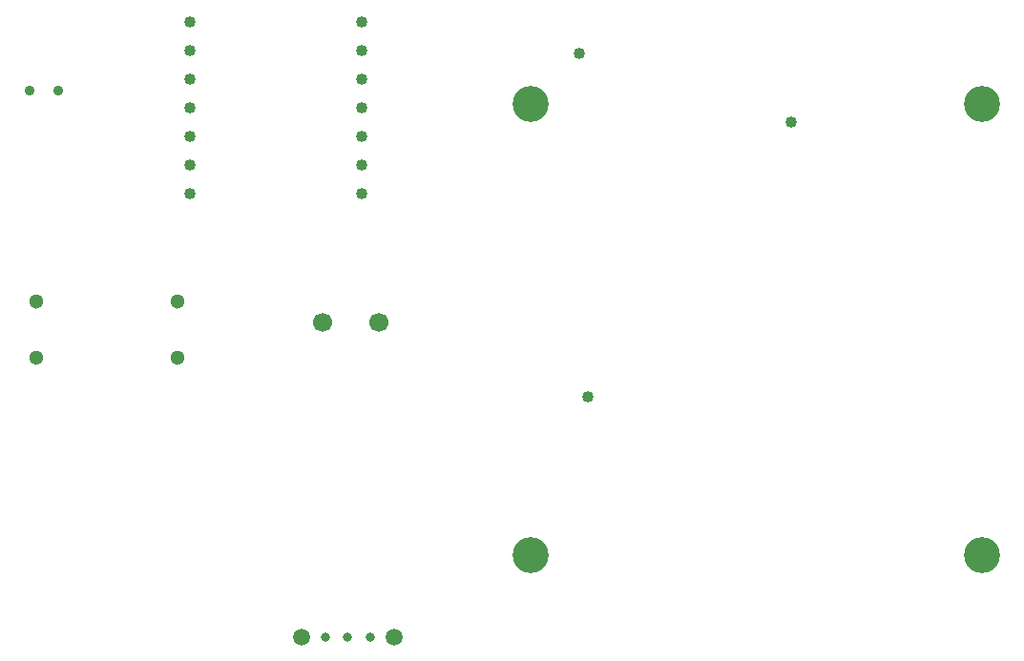
<source format=gbr>
%TF.GenerationSoftware,KiCad,Pcbnew,7.0.9*%
%TF.CreationDate,2024-01-21T16:04:38-08:00*%
%TF.ProjectId,Sensing Device,53656e73-696e-4672-9044-65766963652e,rev?*%
%TF.SameCoordinates,Original*%
%TF.FileFunction,Plated,1,2,PTH,Drill*%
%TF.FilePolarity,Positive*%
%FSLAX46Y46*%
G04 Gerber Fmt 4.6, Leading zero omitted, Abs format (unit mm)*
G04 Created by KiCad (PCBNEW 7.0.9) date 2024-01-21 16:04:38*
%MOMM*%
%LPD*%
G01*
G04 APERTURE LIST*
%TA.AperFunction,ComponentDrill*%
%ADD10C,0.812800*%
%TD*%
%TA.AperFunction,ComponentDrill*%
%ADD11C,0.900000*%
%TD*%
%TA.AperFunction,ViaDrill*%
%ADD12C,1.016000*%
%TD*%
%TA.AperFunction,ComponentDrill*%
%ADD13C,1.016000*%
%TD*%
%TA.AperFunction,ComponentDrill*%
%ADD14C,1.300000*%
%TD*%
%TA.AperFunction,ComponentDrill*%
%ADD15C,1.498600*%
%TD*%
%TA.AperFunction,ComponentDrill*%
%ADD16C,1.700000*%
%TD*%
%TA.AperFunction,ComponentDrill*%
%ADD17C,3.200000*%
%TD*%
G04 APERTURE END LIST*
D10*
%TO.C,SW2*%
X91764099Y-97282000D03*
X93764100Y-97282000D03*
X95764101Y-97282000D03*
D11*
%TO.C,D1*%
X65532000Y-48768000D03*
X68072000Y-48768000D03*
%TD*%
D12*
X114300000Y-45466000D03*
X115062000Y-75946000D03*
X133096000Y-51562000D03*
D13*
%TO.C,U1*%
X79756000Y-42672000D03*
X79756000Y-45212000D03*
X79756000Y-47752000D03*
X79756000Y-50292000D03*
X79756000Y-52832000D03*
X79756000Y-55372000D03*
X79756000Y-57912000D03*
X94996000Y-42672000D03*
X94996000Y-45212000D03*
X94996000Y-47752000D03*
X94996000Y-50292000D03*
X94996000Y-52832000D03*
X94996000Y-55372000D03*
X94996000Y-57912000D03*
D14*
%TO.C,SW1*%
X66150000Y-67500000D03*
X66150000Y-72500000D03*
X78650000Y-67500000D03*
X78650000Y-72500000D03*
D15*
%TO.C,SW2*%
X89662000Y-97282000D03*
X97866200Y-97282000D03*
D16*
%TO.C,J1*%
X91520000Y-69342000D03*
X96520000Y-69342000D03*
D17*
%TO.C,J2*%
X110000000Y-50000000D03*
X110000000Y-90000000D03*
X150000000Y-50000000D03*
X150000000Y-90000000D03*
M02*

</source>
